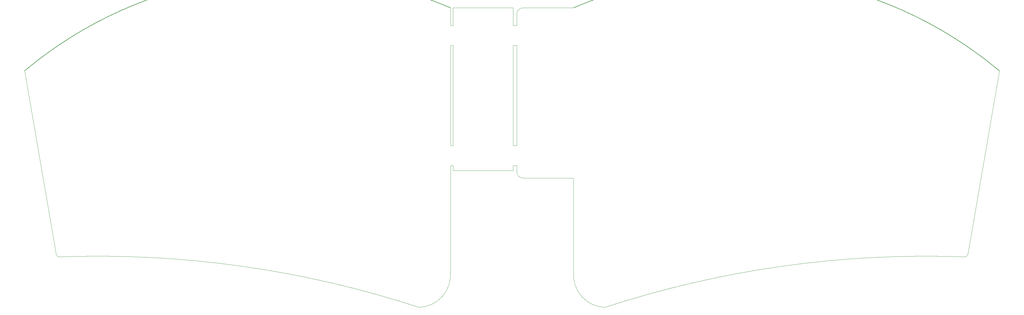
<source format=gbr>
%TF.GenerationSoftware,KiCad,Pcbnew,7.0.7-7.0.7~ubuntu22.04.1*%
%TF.CreationDate,2023-09-08T11:00:04+02:00*%
%TF.ProjectId,abomination,61626f6d-696e-4617-9469-6f6e2e6b6963,rev?*%
%TF.SameCoordinates,Original*%
%TF.FileFunction,Profile,NP*%
%FSLAX46Y46*%
G04 Gerber Fmt 4.6, Leading zero omitted, Abs format (unit mm)*
G04 Created by KiCad (PCBNEW 7.0.7-7.0.7~ubuntu22.04.1) date 2023-09-08 11:00:04*
%MOMM*%
%LPD*%
G01*
G04 APERTURE LIST*
%TA.AperFunction,Profile*%
%ADD10C,0.100000*%
%TD*%
%TA.AperFunction,Profile*%
%ADD11C,0.150000*%
%TD*%
G04 APERTURE END LIST*
D10*
X333645500Y-141702294D02*
G75*
G03*
X219645501Y-157702303I-12284200J-326599906D01*
G01*
X170645500Y-106355800D02*
X170645500Y-74607800D01*
X170645500Y-62702300D02*
X170645500Y-68258200D01*
X209645576Y-146702308D02*
G75*
G03*
X219645501Y-157702301I10295624J-685792D01*
G01*
X171439200Y-114292800D02*
X190488000Y-114292800D01*
X160645503Y-157702299D02*
G75*
G03*
X46645501Y-141702299I-101715723J-310599511D01*
G01*
X334645500Y-140702300D02*
X344645501Y-82702300D01*
X170645500Y-74607800D02*
X171439200Y-74607800D01*
X191645500Y-112705400D02*
X191645500Y-114702300D01*
X171439200Y-112705400D02*
X171439200Y-114292800D01*
X170645500Y-112705400D02*
X170645502Y-146702297D01*
X209645499Y-62702299D02*
X193645501Y-62702300D01*
X209645501Y-146702303D02*
X209645501Y-116702300D01*
X333645500Y-141702300D02*
G75*
G03*
X334645500Y-140702300I0J1000000D01*
G01*
X190488000Y-112705400D02*
X191645500Y-112705400D01*
D11*
X344645503Y-82702297D02*
G75*
G03*
X209645499Y-62702300I-83756013J-99728093D01*
G01*
D10*
X171439200Y-62702300D02*
X190488000Y-62702300D01*
X191645500Y-64702300D02*
X191645500Y-68258200D01*
X190488000Y-62702300D02*
X190488000Y-68258200D01*
X170645500Y-112705400D02*
X171439200Y-112705400D01*
X45645502Y-140702298D02*
G75*
G03*
X46645501Y-141702298I999998J-2D01*
G01*
D11*
X170645499Y-62702301D02*
G75*
G03*
X35645501Y-82702298I-51243989J-119728079D01*
G01*
D10*
X190488000Y-114292800D02*
X190488000Y-112705400D01*
X160645502Y-157702272D02*
G75*
G03*
X170645501Y-146702297I-295702J10314272D01*
G01*
X35645501Y-82702298D02*
X45645504Y-140702298D01*
X190488000Y-74608200D02*
X191645500Y-74608200D01*
X209645501Y-116702300D02*
X193645501Y-116702299D01*
X171439200Y-106355800D02*
X170645500Y-106355800D01*
X171439200Y-68258200D02*
X171439200Y-62702300D01*
X190488000Y-68258200D02*
X191645500Y-68258200D01*
X190488000Y-106355800D02*
X191645500Y-106355800D01*
X191645500Y-74608200D02*
X191645500Y-106355800D01*
X190488000Y-74608200D02*
X190488000Y-106355800D01*
X193645501Y-62702300D02*
G75*
G03*
X191645500Y-64702300I-1J-2000000D01*
G01*
X171439200Y-74607800D02*
X171439200Y-106355800D01*
X170645500Y-68258200D02*
X171439200Y-68258200D01*
X191645501Y-114702300D02*
G75*
G03*
X193645501Y-116702299I1999999J0D01*
G01*
M02*

</source>
